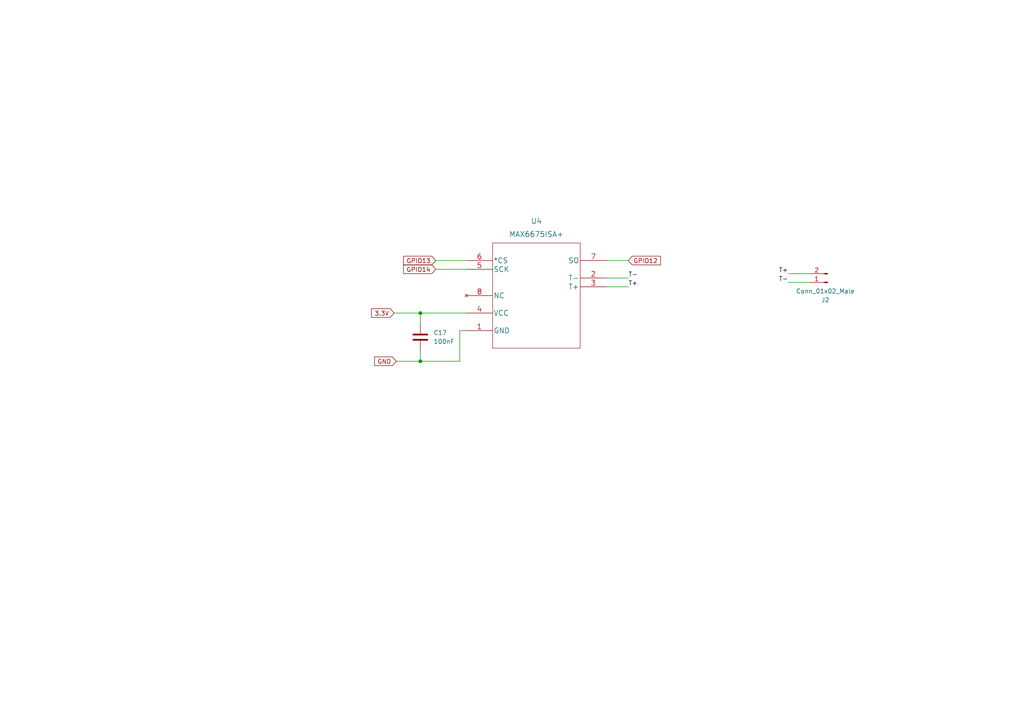
<source format=kicad_sch>
(kicad_sch (version 20211123) (generator eeschema)
  (paper "A4")
  (lib_symbols
    (symbol "Connector:Conn_01x02_Male" (pin_names (offset 1.016) hide)
      (property "Reference" "J" (at 0 2.54 0))
      (property "Value" "Conn_01x02_Male" (at 0 -5.08 0))
      (symbol "Conn_01x02_Male_1_1"
        (polyline (pts (xy 1.27 -2.54) (xy 0.8636 -2.54)) (stroke (width 0.1524)))
        (polyline (pts (xy 1.27 0) (xy 0.8636 0)) (stroke (width 0.1524)))
        (rectangle (start 0.8636 -2.413) (end 0 -2.667) (stroke (width 0.1524)) (fill (type outline)))
        (rectangle (start 0.8636 0.127) (end 0 -0.127) (stroke (width 0.1524)) (fill (type outline)))
        (pin passive line (at 5.08 0 180) (length 3.81) (name "Pin_1") (number "1"))
        (pin passive line (at 5.08 -2.54 180) (length 3.81) (name "Pin_2") (number "2"))
      )
    )
    (symbol "Device:C" (pin_numbers hide) (pin_names (offset 0.254))
      (property "Reference" "C" (at 0.635 2.54 0))
      (property "Value" "C" (at 0.635 -2.54 0))
      (symbol "C_0_1"
        (polyline (pts (xy -2.032 -0.762) (xy 2.032 -0.762)) (stroke (width 0.508)))
        (polyline (pts (xy -2.032 0.762) (xy 2.032 0.762)) (stroke (width 0.508)))
      )
      (symbol "C_1_1"
        (pin passive line (at 0 3.81 270) (length 2.794) (name "~") (number "1"))
        (pin passive line (at 0 -3.81 90) (length 2.794) (name "~") (number "2"))
      )
    )
    (symbol "MAX6675ISA&plus_:MAX6675ISA+" (pin_names (offset 0.254))
      (property "Reference" "U" (at 20.32 10.16 0))
      (property "Value" "MAX6675ISA+" (at 20.32 7.62 0))
      (symbol "MAX6675ISA+_1_1"
        (polyline (pts (xy 7.62 -25.4) (xy 33.02 -25.4)) (stroke (width 0.127)))
        (polyline (pts (xy 7.62 5.08) (xy 7.62 -25.4)) (stroke (width 0.127)))
        (polyline (pts (xy 33.02 -25.4) (xy 33.02 5.08)) (stroke (width 0.127)))
        (polyline (pts (xy 33.02 5.08) (xy 7.62 5.08)) (stroke (width 0.127)))
        (pin power_in line (at 0 -20.32 0) (length 7.62) (name "GND") (number "1"))
        (pin unspecified line (at 40.64 -5.08 180) (length 7.62) (name "T-") (number "2"))
        (pin unspecified line (at 40.64 -7.62 180) (length 7.62) (name "T+") (number "3"))
        (pin power_in line (at 0 -15.24 0) (length 7.62) (name "VCC") (number "4"))
        (pin input line (at 0 -2.54 0) (length 7.62) (name "SCK") (number "5"))
        (pin input line (at 0 0 0) (length 7.62) (name "*CS") (number "6"))
        (pin output line (at 40.64 0 180) (length 7.62) (name "SO") (number "7"))
        (pin no_connect line (at 0 -10.16 0) (length 7.62) (name "NC") (number "8"))
      )
    )
  )
  (junction (at 121.92 104.775))
  (junction (at 121.92 90.805))
  (wire (pts (xy 135.255 90.805) (xy 121.92 90.805)))
  (wire (pts (xy 182.245 75.565) (xy 175.895 75.565)))
  (wire (pts (xy 133.35 95.885) (xy 133.35 104.775)))
  (wire (pts (xy 175.895 80.645) (xy 182.245 80.645)))
  (wire (pts (xy 114.935 104.775) (xy 121.92 104.775)))
  (wire (pts (xy 234.95 79.375) (xy 228.6 79.375)))
  (wire (pts (xy 121.92 101.6) (xy 121.92 104.775)))
  (wire (pts (xy 126.365 78.105) (xy 135.255 78.105)))
  (wire (pts (xy 121.92 90.805) (xy 121.92 93.98)))
  (wire (pts (xy 135.255 95.885) (xy 133.35 95.885)))
  (wire (pts (xy 234.95 81.915) (xy 228.6 81.915)))
  (wire (pts (xy 114.3 90.805) (xy 121.92 90.805)))
  (wire (pts (xy 121.92 104.775) (xy 133.35 104.775)))
  (wire (pts (xy 126.365 75.565) (xy 135.255 75.565)))
  (wire (pts (xy 175.895 83.185) (xy 182.245 83.185)))
  (label "T+" (at 182.245 83.185 0))
  (label "T-" (at 228.6 81.915 180))
  (label "T-" (at 182.245 80.645 0))
  (label "T+" (at 228.6 79.375 180))
  (global_label "3.3V" (shape input) (at 114.3 90.805 180) (property "Intersheet References" "${INTERSHEET_REFS}" (effects hide)))
  (global_label "GPIO13" (shape input) (at 126.365 75.565 180) (property "Intersheet References" "${INTERSHEET_REFS}" (effects hide)))
  (global_label "GND" (shape input) (at 114.935 104.775 180) (property "Intersheet References" "${INTERSHEET_REFS}" (effects hide)))
  (global_label "GPIO14" (shape input) (at 126.365 78.105 180) (property "Intersheet References" "${INTERSHEET_REFS}" (effects hide)))
  (global_label "GPIO12" (shape input) (at 182.245 75.565 0) (property "Intersheet References" "${INTERSHEET_REFS}" (effects hide)))
  (symbol (lib_id "Connector:Conn_01x02_Male") (at 240.03 81.915 180) (unit 1)
    (property "Reference" "J2" (at 239.395 86.995 0))
    (property "Value" "Conn_01x02_Male" (at 239.395 84.455 0))
    (property "Footprint" "Connector_PinHeader_2.54mm:PinHeader_1x02_P2.54mm_Vertical" (effects hide))
  )
  (symbol (lib_id "Device:C") (at 121.92 97.79 0) (unit 1)
    (property "Reference" "C17" (at 125.73 96.5199 0) (effects (justify left)))
    (property "Value" "100nF" (at 125.73 99.0599 0) (effects (justify left)))
    (property "Footprint" "Capacitor_SMD:C_0805_2012Metric" (effects hide))
  )
  (symbol (lib_id "MAX6675ISA&plus_:MAX6675ISA+") (at 135.255 75.565 0) (unit 1)
    (property "Reference" "U4" (at 155.575 64.135 0) (effects (font (size 1.524 1.524))))
    (property "Value" "MAX6675ISA+" (at 155.575 67.945 0) (effects (font (size 1.524 1.524))))
    (property "Footprint" "footprints:MAX6675ISA&plus_" (effects hide))
  )
)
</source>
